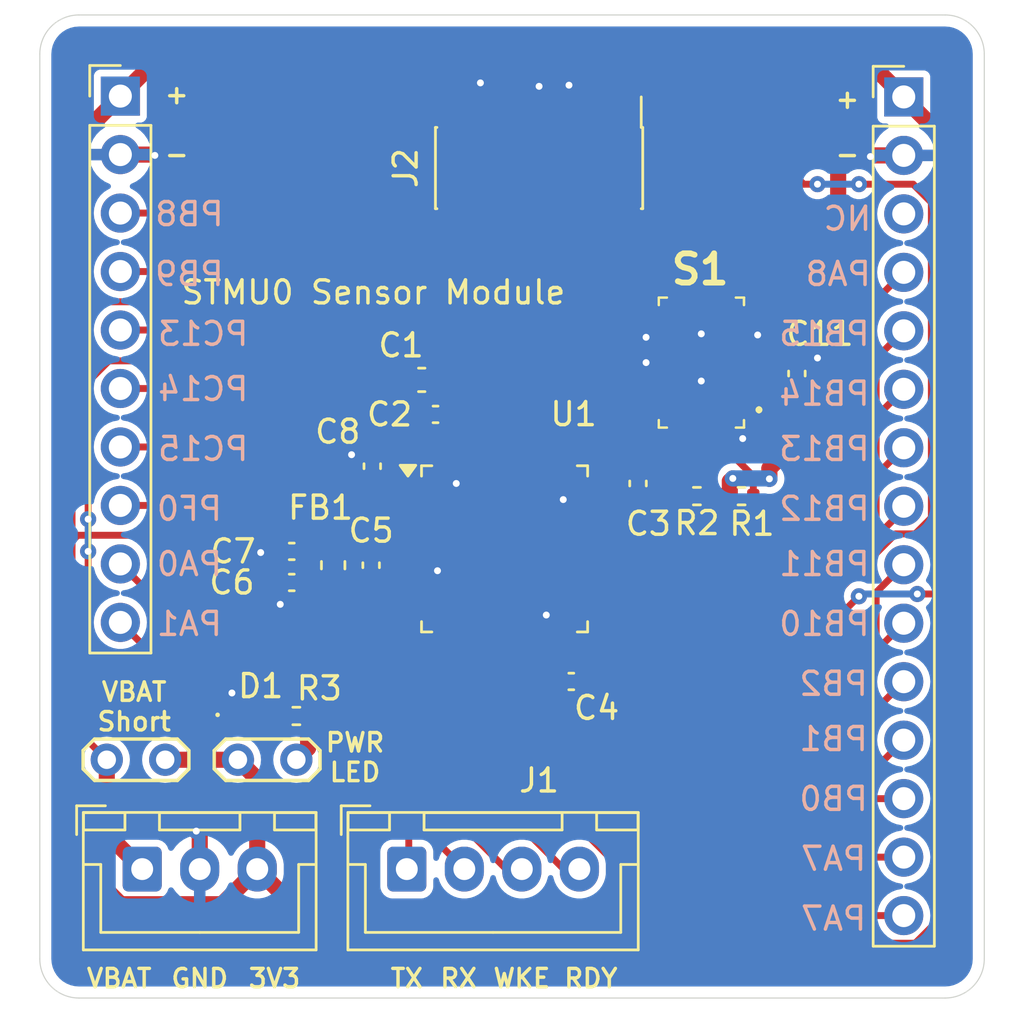
<source format=kicad_pcb>
(kicad_pcb (version 20240108) (generator "pcbnew") (generator_version "8.0")
  (layers (0 "F.Cu" signal) (31 "B.Cu" power) (34 "B.Paste" user) (35 "F.Paste" user) (36 "B.SilkS" user "B.Silkscreen") (37 "F.SilkS" user "F.Silkscreen") (38 "B.Mask" user) (39 "F.Mask" user) (44 "Edge.Cuts" user))
  (net 0 "")
  (net 1 "+3V3")
  (net 2 "GND")
  (net 3 "VBAT")
  (net 4 "+3V3A")
  (net 5 "Net-(S1-CAP)")
  (net 6 "Net-(D1-A)")
  (net 7 "TX")
  (net 8 "RX")
  (net 9 "WKE")
  (net 10 "RDY")
  (net 11 "VCP_TX")
  (net 13 "JTDO{slash}SWO")
  (net 14 "JTCK_SWCLK")
  (net 16 "JTMS{slash}SWDIO")
  (net 17 "NRST")
  (net 20 "VCP_RX")
  (net 21 "Net-(JP1-A)")
  (net 22 "SCL")
  (net 23 "SDA")
  (net 24 "INT")
  (net 29 "CS")
  (net 47 "PA7")
  (net 48 "PB0")
  (net 49 "PB2")
  (net 50 "PB10")
  (net 51 "PB1")
  (net 52 "PA6")
  (net 53 "PB11")
  (net 54 "PB15")
  (net 55 "PB13")
  (net 56 "PB14")
  (net 57 "PB12")
  (net 58 "PA8")
  (net 60 "PB9")
  (net 61 "PB8")
  (net 63 "PA1")
  (net 64 "PC15")
  (net 65 "PF0")
  (net 66 "PC14")
  (net 67 "PA0")
  (net 68 "PC13")
  (footprint "Connector_PinHeader_2.54mm:PinHeader_1x15_P2.54mm_Vertical" (layer "F.Cu") (at 120.85 63.71)
    (property "Reference" "J5" (hide yes))
    (property "Value" "Conn_01x15")
  )
  (footprint "Package_QFP:LQFP-48_7x7mm_P0.5mm" (layer "F.Cu") (at 103.5 83.34)
    (property "Reference" "U1")
    (property "Value" "STM32U031C8Tx")
  )
  (footprint "LED_SMD:LED_0402_1005Metric" (layer "F.Cu") (at 92.1175 90.55)
    (property "Reference" "D1")
    (property "Value" "LED")
  )
  (footprint "Capacitor_SMD:C_0402_1005Metric" (layer "F.Cu") (at 100.5 77.5)
    (property "Reference" "C2")
    (property "Value" "100n")
  )
  (footprint "Capacitor_SMD:C_0402_1005Metric" (layer "F.Cu") (at 109.3 80.5 -90)
    (property "Reference" "C3")
    (property "Value" "100n")
  )
  (footprint "USEQGS:USEQGSEAC82180" (layer "F.Cu") (at 112.055 75.25 90)
    (property "Reference" "S1")
    (property "Value" "USEQGSEAC82180" (hide yes))
  )
  (footprint "Capacitor_SMD:C_0402_1005Metric" (layer "F.Cu") (at 97.7 84.05 90)
    (property "Reference" "C5")
    (property "Value" "10n")
  )
  (footprint "Inductor_SMD:L_0603_1608Metric" (layer "F.Cu") (at 96.05 84.05 90)
    (property "Reference" "FB1")
    (property "Value" "120R")
  )
  (footprint "Resistor_SMD:R_0402_1005Metric" (layer "F.Cu") (at 94.45 90.6)
    (property "Reference" "R3")
    (property "Value" "1k5")
  )
  (footprint "Capacitor_SMD:C_0402_1005Metric" (layer "F.Cu") (at 94.25 83.45 180)
    (property "Reference" "C7")
    (property "Value" "1u")
  )
  (footprint "Connector_JST:JST_XH_B3B-XH-A_1x03_P2.50mm_Vertical" (layer "F.Cu") (at 87.75 97.25)
    (property "Reference" "J3" (hide yes))
    (property "Value" "Conn_01x03")
  )
  (footprint "Connector_PinHeader_2.54mm:PinHeader_1x10_P2.54mm_Vertical" (layer "F.Cu") (at 86.8 63.675)
    (property "Reference" "J4" (hide yes))
    (property "Value" "Conn_01x10")
  )
  (footprint "Capacitor_SMD:C_0402_1005Metric" (layer "F.Cu") (at 116.205 75.725 90)
    (property "Reference" "C11")
    (property "Value" "100n")
  )
  (footprint "Connector_JST:JST_XH_B4B-XH-A_1x04_P2.50mm_Vertical" (layer "F.Cu") (at 99.25 97.25)
    (property "Reference" "J1")
    (property "Value" "Conn_01x04")
  )
  (footprint "Capacitor_SMD:C_0402_1005Metric" (layer "F.Cu") (at 97.75 79.75 90)
    (property "Reference" "C8")
    (property "Value" "100n")
  )
  (footprint "Resistor_SMD:R_0402_1005Metric" (layer "F.Cu") (at 113.8 81.05)
    (property "Reference" "R1")
    (property "Value" "1k5")
  )
  (footprint "Capacitor_SMD:C_0603_1608Metric" (layer "F.Cu") (at 99.9 76)
    (property "Reference" "C1")
    (property "Value" "4.7u")
  )
  (footprint "TestPoint:TestPoint_2Pads_Pitch2.54mm_Drill0.8mm" (layer "F.Cu") (at 88.75 92.5 180)
    (property "Reference" "JP2" (hide yes))
    (property "Value" "Jumper_2_Open")
  )
  (footprint "TestPoint:TestPoint_2Pads_Pitch2.54mm_Drill0.8mm" (layer "F.Cu") (at 94.45 92.5 180)
    (property "Reference" "JP1" (hide yes))
    (property "Value" "JP")
  )
  (footprint "Resistor_SMD:R_0402_1005Metric" (layer "F.Cu") (at 111.86 81.05 180)
    (property "Reference" "R2")
    (property "Value" "1k5")
  )
  (footprint "Capacitor_SMD:C_0402_1005Metric" (layer "F.Cu") (at 94.25 84.8 180)
    (property "Reference" "C6")
    (property "Value" "1u")
  )
  (footprint "Connector_PinHeader_1.27mm:PinHeader_2x07_P1.27mm_Vertical_SMD" (layer "F.Cu") (at 105 66.8 -90)
    (property "Reference" "J2")
    (property "Value" "Conn_ST_STDC14")
  )
  (footprint "Capacitor_SMD:C_0402_1005Metric" (layer "F.Cu") (at 106.4 89.1 180)
    (property "Reference" "C4")
    (property "Value" "100n")
  )
  (gr_line (start 85 102.85) (end 122.65 102.85) (stroke (width 0.05)) (layer "Edge.Cuts"))
  (gr_arc (start 83.3 61.85) (mid 83.797918 60.647918) (end 85 60.15) (stroke (width 0.05)) (layer "Edge.Cuts"))
  (gr_arc (start 124.35 101.15) (mid 123.852082 102.352082) (end 122.65 102.85) (stroke (width 0.05)) (layer "Edge.Cuts"))
  (gr_line (start 83.3 61.85) (end 83.3 101.15) (stroke (width 0.05)) (layer "Edge.Cuts"))
  (gr_line (start 124.35 61.85) (end 124.35 101.15) (stroke (width 0.05)) (layer "Edge.Cuts"))
  (gr_arc (start 85 102.85) (mid 83.797918 102.352082) (end 83.3 101.15) (stroke (width 0.05)) (layer "Edge.Cuts"))
  (gr_line (start 85 60.15) (end 122.65 60.15) (stroke (width 0.05)) (layer "Edge.Cuts"))
  (gr_arc (start 122.65 60.15) (mid 123.852082 60.647918) (end 124.35 61.85) (stroke (width 0.05)) (layer "Edge.Cuts"))
  (gr_text "PA7" (at 117.8 96.8 0) (layer "B.SilkS") (effects (font (size 1 1)) (justify mirror)))
  (gr_text "PB2" (at 117.8 89.2 0) (layer "B.SilkS") (effects (font (size 1 1)) (justify mirror)))
  (gr_text "PA1" (at 89.8 86.6 0) (layer "B.SilkS") (effects (font (size 1 1)) (justify mirror)))
  (gr_text "NC" (at 118.4 69 0) (layer "B.SilkS") (effects (font (size 1 1)) (justify mirror)))
  (gr_text "PC15" (at 90.4 79 0) (layer "B.SilkS") (effects (font (size 1 1)) (justify mirror)))
  (gr_text "PA8" (at 118 71.4 0) (layer "B.SilkS") (effects (font (size 1 1)) (justify mirror)))
  (gr_text "PB14" (at 117.4 76.6 0) (layer "B.SilkS") (effects (font (size 1 1)) (justify mirror)))
  (gr_text "PB0" (at 117.8 94.2 0) (layer "B.SilkS") (effects (font (size 1 1)) (justify mirror)))
  (gr_text "PB9" (at 89.8 71.4 0) (layer "B.SilkS") (effects (font (size 1 1)) (justify mirror)))
  (gr_text "PC13" (at 90.4 74 0) (layer "B.SilkS") (effects (font (size 1 1)) (justify mirror)))
  (gr_text "PB8" (at 89.8 68.8 0) (layer "B.SilkS") (effects (font (size 1 1)) (justify mirror)))
  (gr_text "PB10" (at 117.4 86.6 0) (layer "B.SilkS") (effects (font (size 1 1)) (justify mirror)))
  (gr_text "PF0" (at 89.8 81.6 0) (layer "B.SilkS") (effects (font (size 1 1)) (justify mirror)))
  (gr_text "PB11" (at 117.4 84 0) (layer "B.SilkS") (effects (font (size 1 1)) (justify mirror)))
  (gr_text "PA0" (at 89.8 84 0) (layer "B.SilkS") (effects (font (size 1 1)) (justify mirror)))
  (gr_text "PB15" (at 117.4 74 0) (layer "B.SilkS") (effects (font (size 1 1)) (justify mirror)))
  (gr_text "PB1" (at 117.8 91.6 0) (layer "B.SilkS") (effects (font (size 1 1)) (justify mirror)))
  (gr_text "PB13" (at 117.4 79 0) (layer "B.SilkS") (effects (font (size 1 1)) (justify mirror)))
  (gr_text "PA7" (at 117.8 99.4 0) (layer "B.SilkS") (effects (font (size 1 1)) (justify mirror)))
  (gr_text "PC14" (at 90.4 76.4 0) (layer "B.SilkS") (effects (font (size 1 1)) (justify mirror)))
  (gr_text "PB12" (at 117.4 81.6 0) (layer "B.SilkS") (effects (font (size 1 1)) (justify mirror)))
  (gr_text "VBAT\nShort" (at 87.4 90.2 0) (layer "F.SilkS") (effects (font (size 0.8 0.8))))
  (gr_text "RDY" (at 107.25 102 0) (layer "F.SilkS") (effects (font (size 0.8 0.8))))
  (gr_text "GND" (at 90.25 102 0) (layer "F.SilkS") (effects (font (size 0.8 0.8))))
  (gr_text "TX" (at 99.25 102 0) (layer "F.SilkS") (effects (font (size 0.8 0.8))))
  (gr_text "-" (at 118.4 66.2 0) (layer "F.SilkS") (effects (font (size 0.8 0.8))))
  (gr_text "STMU0 Sensor Module" (at 97.8 72.2 0) (layer "F.SilkS") (effects (font (size 1 1))))
  (gr_text "3V3" (at 93.5 102 0) (layer "F.SilkS") (effects (font (size 0.8 0.8))))
  (gr_text "VBAT" (at 86.75 102 0) (layer "F.SilkS") (effects (font (size 0.8 0.8))))
  (gr_text "WKE" (at 104.25 102 0) (layer "F.SilkS") (effects (font (size 0.8 0.8))))
  (gr_text "+" (at 89.25 63.6 0) (layer "F.SilkS") (effects (font (size 0.8 0.8))))
  (gr_text "-" (at 89.25 66.2 0) (layer "F.SilkS") (effects (font (size 0.8 0.8))))
  (gr_text "PWR\nLED" (at 97 92.4 0) (layer "F.SilkS") (effects (font (size 0.8 0.8))))
  (gr_text "+" (at 118.4 63.8 0) (layer "F.SilkS") (effects (font (size 0.8 0.8))))
  (gr_text "RX" (at 101.5 102 0) (layer "F.SilkS") (effects (font (size 0.8 0.8))))
  (segment (start 106.25 87.5025) (end 106.25 88.25) (width 0.3) (layer "F.Cu") (net 1))
  (segment (start 123.1 66) (end 123.1 85.4) (width 0.7) (layer "F.Cu") (net 1))
  (segment (start 108.683154 80.59) (end 109.253154 80.02) (width 0.3) (layer "F.Cu") (net 1))
  (segment (start 119.34 62.2) (end 117.8 62.2) (width 0.7) (layer "F.Cu") (net 1))
  (segment (start 94.9175 83.2625) (end 94.73 83.45) (width 0.3) (layer "F.Cu") (net 1))
  (segment (start 107.5 64.81) (end 107.54 64.85) (width 0.7) (layer "F.Cu") (net 1))
  (segment (start 100.02 78.4475) (end 100.02 77.5) (width 0.3) (layer "F.Cu") (net 1))
  (segment (start 96.05 83.2625) (end 94.9175 83.2625) (width 0.3) (layer "F.Cu") (net 1))
  (segment (start 106.25 88.25) (end 106.88 88.88) (width 0.3) (layer "F.Cu") (net 1))
  (segment (start 99.125 76.605) (end 100.02 77.5) (width 0.3) (layer "F.Cu") (net 1))
  (segment (start 116.925 71.825) (end 118 70.75) (width 0.7) (layer "F.Cu") (net 1))
  (segment (start 114.79005 89.1) (end 115.2 89.1) (width 0.3) (layer "F.Cu") (net 1))
  (segment (start 120.85 63.75) (end 123.1 66) (width 0.7) (layer "F.Cu") (net 1))
  (segment (start 123.1 85.4) (end 123.1 98.999899) (width 0.7) (layer "F.Cu") (net 1))
  (segment (start 100.75 79.1775) (end 100.02 78.4475) (width 0.3) (layer "F.Cu") (net 1))
  (segment (start 106.88 88.88) (end 106.88 89.1) (width 0.3) (layer "F.Cu") (net 1))
  (segment (start 94.076846 82.75) (end 84.95 82.75) (width 0.3) (layer "F.Cu") (net 1))
  (segment (start 91.225 98.775) (end 86.811702 98.775) (width 0.7) (layer "F.Cu") (net 1))
  (segment (start 123.000002 85.300002) (end 123.1 85.4) (width 0.3) (layer "F.Cu") (net 1))
  (segment (start 92.75 97.25) (end 91.225 98.775) (width 0.7) (layer "F.Cu") (net 1))
  (segment (start 85.1825 65.2925) (end 85.1575 65.2925) (width 0.7) (layer "F.Cu") (net 1))
  (segment (start 94.73 83.45) (end 94.73 83.403154) (width 0.3) (layer "F.Cu") (net 1))
  (segment (start 110.6 71.825) (end 108.75 73.675) (width 0.7) (layer "F.Cu") (net 1))
  (segment (start 113.29 80.41) (end 113.420025 80.279975) (width 0.7) (layer "F.Cu") (net 1))
  (segment (start 120.85 63.71) (end 120.85 63.75) (width 0.7) (layer "F.Cu") (net 1))
  (segment (start 118 70.75) (end 118 62.4) (width 0.7) (layer "F.Cu") (net 1))
  (segment (start 118 76.855838) (end 118 70.75) (width 0.7) (layer "F.Cu") (net 1))
  (segment (start 119.34 62.2) (end 120.85 63.71) (width 0.7) (layer "F.Cu") (net 1))
  (segment (start 96.17 100.67) (end 92.75 97.25) (width 0.7) (layer "F.Cu") (net 1))
  (segment (start 107.54 62.56) (end 107.54 64.85) (width 0.7) (layer "F.Cu") (net 1))
  (segment (start 108.75 79.51) (end 109.26 80.02) (width 0.7) (layer "F.Cu") (net 1))
  (segment (start 95.735 72.61) (end 84.79 72.61) (width 0.3) (layer "F.Cu") (net 1))
  (segment (start 84.95 82.75) (end 84.5 83.2) (width 0.3) (layer "F.Cu") (net 1))
  (segment (start 121.429899 100.67) (end 96.17 100.67) (width 0.7) (layer "F.Cu") (net 1))
  (segment (start 91.85 92.56) (end 91.91 92.5) (width 0.7) (layer "F.Cu") (net 1))
  (segment (start 107.6625 80.59) (end 108.683154 80.59) (width 0.3) (layer "F.Cu") (net 1))
  (segment (start 92.75 93.34) (end 92.75 97.25) (width 0.7) (layer "F.Cu") (net 1))
  (segment (start 118 62.4) (end 117.8 62.2) (width 0.7) (layer "F.Cu") (net 1))
  (segment (start 108.75 73.675) (end 108.75 79.51) (width 0.7) (layer "F.Cu") (net 1))
  (segment (start 86.8 63.675) (end 88.275 62.2) (width 0.7) (layer "F.Cu") (net 1))
  (segment (start 115.01 79.845838) (end 118 76.855838) (width 0.7) (layer "F.Cu") (net 1))
  (segment (start 110.6 62.2) (end 107.9 62.2) (width 0.7) (layer "F.Cu") (net 1))
  (segment (start 112.37 81.05) (end 113.29 81.05) (width 0.7) (layer "F.Cu") (net 1))
  (segment (start 113.29 81.05) (end 113.29 80.41) (width 0.7) (layer "F.Cu") (net 1))
  (segment (start 117.605838 77.25) (end 118 76.855838) (width 0.3) (layer "F.Cu") (net 1))
  (segment (start 106.88 89.1) (end 114.082943 89.1) (width 0.3) (layer "F.Cu") (net 1))
  (segment (start 115.01 80.3) (end 115.01 79.845838) (width 0.7) (layer "F.Cu") (net 1))
  (segment (start 99.125 76) (end 95.735 72.61) (width 0.3) (layer "F.Cu") (net 1))
  (segment (start 99.125 76) (end 99.125 76.605) (width 0.3) (layer "F.Cu") (net 1))
  (segment (start 85.1575 65.2925) (end 84.5 65.95) (width 0.7) (layer "F.Cu") (net 1))
  (segment (start 84.5 72.9) (end 84.5 83.2) (width 0.7) (layer "F.Cu") (net 1))
  (segment (start 86.8 63.675) (end 85.1825 65.2925) (width 0.7) (layer "F.Cu") (net 1))
  (segment (start 94.73 83.403154) (end 94.076846 82.75) (width 0.3) (layer "F.Cu") (net 1))
  (segment (start 113.7 77.25) (end 117.605838 77.25) (width 0.3) (layer "F.Cu") (net 1))
  (segment (start 117.8 62.2) (end 110.6 62.2) (width 0.7) (layer "F.Cu") (net 1))
  (segment (start 109.253154 80.02) (end 109.3 80.02) (width 0.3) (layer "F.Cu") (net 1))
  (segment (start 110.6 71.825) (end 116.925 71.825) (width 0.7) (layer "F.Cu") (net 1))
  (segment (start 115.2 89.1) (end 118.9 85.4) (width 0.3) (layer "F.Cu") (net 1))
  (segment (start 107.9 62.2) (end 107.54 62.56) (width 0.7) (layer "F.Cu") (net 1))
  (segment (start 123.1 98.999899) (end 121.429899 100.67) (width 0.7) (layer "F.Cu") (net 1))
  (segment (start 84.79 72.61) (end 84.5 72.9) (width 0.3) (layer "F.Cu") (net 1))
  (segment (start 114.082943 89.1) (end 114.79005 89.1) (width 0.3) (layer "F.Cu") (net 1))
  (segment (start 121.439154 85.300002) (end 123.000002 85.300002) (width 0.3) (layer "F.Cu") (net 1))
  (segment (start 88.275 62.2) (end 107.9 62.2) (width 0.7) (layer "F.Cu") (net 1))
  (segment (start 91.91 92.5) (end 88.75 92.5) (width 0.7) (layer "F.Cu") (net 1))
  (segment (start 92.75 93.34) (end 91.91 92.5) (width 0.7) (layer "F.Cu") (net 1))
  (segment (start 86.811702 98.775) (end 84.5 96.463298) (width 0.7) (layer "F.Cu") (net 1))
  (segment (start 84.5 65.95) (end 84.5 72.9) (width 0.7) (layer "F.Cu") (net 1))
  (segment (start 84.5 96.463298) (end 84.5 83.2) (width 0.7) (layer "F.Cu") (net 1))
  (via (at 113.420025 80.279975) (size 0.7) (drill 0.3) (layers "F.Cu" "B.Cu") (net 1))
  (via (at 115.01 80.3) (size 0.7) (drill 0.3) (layers "F.Cu" "B.Cu") (net 1))
  (via (at 121.439154 85.300002) (size 0.7) (drill 0.3) (layers "F.Cu" "B.Cu") (net 1))
  (via (at 118.9 85.4) (size 0.7) (drill 0.3) (layers "F.Cu" "B.Cu") (net 1))
  (segment (start 114.989975 80.279975) (end 115.01 80.3) (width 0.7) (layer "B.Cu") (net 1))
  (segment (start 113.420025 80.279975) (end 114.989975 80.279975) (width 0.7) (layer "B.Cu") (net 1))
  (segment (start 118.999998 85.300002) (end 121.439154 85.300002) (width 0.3) (layer "B.Cu") (net 1))
  (segment (start 118.9 85.4) (end 118.999998 85.300002) (width 0.3) (layer "B.Cu") (net 1))
  (segment (start 93.77 85.73) (end 93.75 85.75) (width 0.7) (layer "F.Cu") (net 2))
  (segment (start 113.85 78.55) (end 113.73 78.55) (width 0.3) (layer "F.Cu") (net 2))
  (segment (start 99.3375 84.09) (end 100.38464 84.09) (width 0.3) (layer "F.Cu") (net 2))
  (segment (start 90.25 97.25) (end 90.25 95.75) (width 0.7) (layer "F.Cu") (net 2))
  (segment (start 93.77 84.8) (end 93.77 85.73) (width 0.7) (layer "F.Cu") (net 2))
  (segment (start 97.746846 83.57) (end 98.266846 84.09) (width 0.3) (layer "F.Cu") (net 2))
  (segment (start 105.75 88.93) (end 105.92 89.1) (width 0.3) (layer "F.Cu") (net 2))
  (segment (start 106.27 63.23) (end 106.3 63.2) (width 0.7) (layer "F.Cu") (net 2))
  (segment (start 112.055 74.005) (end 112.05 74) (width 0.7) (layer "F.Cu") (net 2))
  (segment (start 96.87 79.27) (end 96.85 79.25) (width 0.7) (layer "F.Cu") (net 2))
  (segment (start 106.16 81.09) (end 106.05 81.2) (width 0.3) (layer "F.Cu") (net 2))
  (segment (start 105 64.85) (end 105 63.25) (width 0.7) (layer "F.Cu") (net 2))
  (segment (start 113.7 74.25) (end 114.3 74.25) (width 0.3) (layer "F.Cu") (net 2))
  (segment (start 114.3 74.25) (end 114.5 74.05) (width 0.3) (layer "F.Cu") (net 2))
  (segment (start 120.85 66.25) (end 119.45 66.25) (width 0.7) (layer "F.Cu") (net 2))
  (segment (start 112.055 76.05) (end 112.05 76.05) (width 0.7) (layer "F.Cu") (net 2))
  (segment (start 100.98 76.305) (end 100.98 77.5) (width 0.7) (layer "F.Cu") (net 2))
  (segment (start 88.265 66.215) (end 88.3 66.25) (width 0.7) (layer "F.Cu") (net 2))
  (segment (start 109.75 74.25) (end 109.65 74.15) (width 0.3) (layer "F.Cu") (net 2))
  (segment (start 107.6625 81.09) (end 106.16 81.09) (width 0.3) (layer "F.Cu") (net 2))
  (segment (start 98.266846 84.09) (end 99.3375 84.09) (width 0.3) (layer "F.Cu") (net 2))
  (segment (start 105.75 87.5025) (end 105.75 88.93) (width 0.3) (layer "F.Cu") (net 2))
  (segment (start 112.055 74.395) (end 112.05 74.4) (width 0.3) (layer "F.Cu") (net 2))
  (segment (start 110.41 74.25) (end 109.75 74.25) (width 0.3) (layer "F.Cu") (net 2))
  (segment (start 106.27 64.85) (end 106.27 63.23) (width 0.7) (layer "F.Cu") (net 2))
  (segment (start 105.75 86.651829) (end 105.313171 86.215) (width 0.3) (layer "F.Cu") (net 2))
  (segment (start 90.25 95.75) (end 90.1 95.6) (width 0.7) (layer "F.Cu") (net 2))
  (segment (start 92.95 83.45) (end 92.9 83.5) (width 0.7) (layer "F.Cu") (net 2))
  (segment (start 105.75 87.5025) (end 105.75 86.651829) (width 0.3) (layer "F.Cu") (net 2))
  (segment (start 113.705 75.245) (end 113.7 75.25) (width 0.3) (layer "F.Cu") (net 2))
  (segment (start 100.98 77.5) (end 101.25 77.77) (width 0.3) (layer "F.Cu") (net 2))
  (segment (start 113.73 78.55) (end 113.055 77.875) (width 0.3) (layer "F.Cu") (net 2))
  (segment (start 112.055 76.445) (end 112.05 76.45) (width 0.3) (layer "F.Cu") (net 2))
  (segment (start 101.25 77.77) (end 101.25 79.1775) (width 0.3) (layer "F.Cu") (net 2))
  (segment (start 91.6325 90.55) (end 91.6325 89.6175) (width 0.7) (layer "F.Cu") (net 2))
  (segment (start 119.45 66.25) (end 119.4 66.3) (width 0.7) (layer "F.Cu") (net 2))
  (segment (start 100.38464 84.09) (end 100.584639 84.289999) (width 0.3) (layer "F.Cu") (net 2))
  (segment (start 116.205 75.245) (end 113.705 75.245) (width 0.3) (layer "F.Cu") (net 2))
  (segment (start 109.19 81.09) (end 109.3 80.98) (width 0.3) (layer "F.Cu") (net 2))
  (segment (start 91.6325 89.6175) (end 91.65 89.6) (width 0.7) (layer "F.Cu") (net 2))
  (segment (start 97.75 79.27) (end 96.87 79.27) (width 0.7) (layer "F.Cu") (net 2))
  (segment (start 97.7 83.57) (end 97.746846 83.57) (width 0.3) (layer "F.Cu") (net 2))
  (segment (start 86.8 66.215) (end 88.265 66.215) (width 0.7) (layer "F.Cu") (net 2))
  (segment (start 100.675 76) (end 100.98 76.305) (width 0.7) (layer "F.Cu") (net 2))
  (segment (start 107.6625 81.09) (end 109.19 81.09) (width 0.3) (layer "F.Cu") (net 2))
  (segment (start 112.055 74.02) (end 112.055 74.005) (width 0.7) (layer "F.Cu") (net 2))
  (segment (start 102.46 63.11) (end 102.45 63.1) (width 0.7) (layer "F.Cu") (net 2))
  (segment (start 101.25 80.35) (end 101.4 80.5) (width 0.3) (layer "F.Cu") (net 2))
  (segment (start 101.25 79.1775) (end 101.25 80.35) (width 0.3) (layer "F.Cu") (net 2))
  (segment (start 116.905 75.245) (end 117.1 75.05) (width 0.7) (layer "F.Cu") (net 2))
  (segment (start 116.205 75.245) (end 116.905 75.245) (width 0.7) (layer "F.Cu") (net 2))
  (segment (start 93.77 83.45) (end 92.95 83.45) (width 0.7) (layer "F.Cu") (net 2))
  (segment (start 102.46 64.85) (end 102.46 63.11) (width 0.7) (layer "F.Cu") (net 2))
  (segment (start 110.41 75.25) (end 109.65 75.25) (width 0.3) (layer "F.Cu") (net 2))
  (via (at 109.65 74.15) (size 0.7) (drill 0.3) (layers "F.Cu" "B.Cu") (net 2))
  (via (at 105.313171 86.215) (size 0.7) (drill 0.3) (layers "F.Cu" "B.Cu") (net 2))
  (via (at 90.1 95.6) (size 0.7) (drill 0.3) (layers "F.Cu" "B.Cu") (net 2))
  (via (at 105 63.25) (size 0.7) (drill 0.3) (layers "F.Cu" "B.Cu") (net 2))
  (via (at 102.45 63.1) (size 0.7) (drill 0.3) (layers "F.Cu" "B.Cu") (net 2))
  (via (at 112.05 76.05) (size 0.7) (drill 0.3) (layers "F.Cu" "B.Cu") (net 2))
  (via (at 113.85 78.55) (size 0.7) (drill 0.3) (layers "F.Cu" "B.Cu") (net 2))
  (via (at 88.3 66.25) (size 0.7) (drill 0.3) (layers "F.Cu" "B.Cu") (net 2))
  (via (at 96.85 79.25) (size 0.7) (drill 0.3) (layers "F.Cu" "B.Cu") (net 2))
  (via (at 112.05 74) (size 0.7) (drill 0.3) (layers "F.Cu" "B.Cu") (net 2))
  (via (at 93.75 85.75) (size 0.7) (drill 0.3) (layers "F.Cu" "B.Cu") (net 2))
  (via (at 117.1 75.05) (size 0.7) (drill 0.3) (layers "F.Cu" "B.Cu") (net 2))
  (via (at 109.65 75.25) (size 0.7) (drill 0.3) (layers "F.Cu" "B.Cu") (net 2))
  (via (at 100.584639 84.289999) (size 0.7) (drill 0.3) (layers "F.Cu" "B.Cu") (net 2))
  (via (at 91.65 89.6) (size 0.7) (drill 0.3) (layers "F.Cu" "B.Cu") (net 2))
  (via (at 92.9 83.5) (size 0.7) (drill 0.3) (layers "F.Cu" "B.Cu") (net 2))
  (via (at 106.3 63.2) (size 0.7) (drill 0.3) (layers "F.Cu" "B.Cu") (net 2))
  (via (at 114.5 74.05) (size 0.7) (drill 0.3) (layers "F.Cu" "B.Cu") (net 2))
  (via (at 119.4 66.3) (size 0.7) (drill 0.3) (layers "F.Cu" "B.Cu") (net 2))
  (via (at 106.05 81.2) (size 0.7) (drill 0.3) (layers "F.Cu" "B.Cu") (net 2))
  (via (at 101.4 80.5) (size 0.7) (drill 0.3) (layers "F.Cu" "B.Cu") (net 2))
  (segment (start 96.84005 80.23) (end 91.78505 75.175) (width 0.3) (layer "F.Cu") (net 3))
  (segment (start 85.4 76.077943) (end 85.4 82.05) (width 0.3) (layer "F.Cu") (net 3))
  (segment (start 86.21 95.71) (end 86.21 92.5) (width 0.7) (layer "F.Cu") (net 3))
  (segment (start 85.4 91.69) (end 86.21 92.5) (width 0.3) (layer "F.Cu") (net 3))
  (segment (start 87.75 97.25) (end 86.21 95.71) (width 0.7) (layer "F.Cu") (net 3))
  (segment (start 99.3375 80.59) (end 98.11 80.59) (width 0.3) (layer "F.Cu") (net 3))
  (segment (start 85.51 81.94) (end 85.4 82.05) (width 0.3) (layer "F.Cu") (net 3))
  (segment (start 98.11 80.59) (end 97.75 80.23) (width 0.3) (layer "F.Cu") (net 3))
  (segment (start 86.302943 75.175) (end 85.4 76.077943) (width 0.3) (layer "F.Cu") (net 3))
  (segment (start 85.4 83.45) (end 85.4 91.69) (width 0.3) (layer "F.Cu") (net 3))
  (segment (start 91.78505 75.175) (end 86.302943 75.175) (width 0.3) (layer "F.Cu") (net 3))
  (segment (start 97.75 80.23) (end 96.84005 80.23) (width 0.3) (layer "F.Cu") (net 3))
  (via (at 85.4 83.45) (size 0.7) (drill 0.3) (layers "F.Cu" "B.Cu") (net 3))
  (via (at 85.4 82.05) (size 0.7) (drill 0.3) (layers "F.Cu" "B.Cu") (net 3))
  (segment (start 85.4 82.05) (end 85.4 83.45) (width 0.3) (layer "B.Cu") (net 3))
  (segment (start 97.76 84.59) (end 97.7 84.53) (width 0.3) (layer "F.Cu") (net 4))
  (segment (start 99.3375 84.59) (end 97.76 84.59) (width 0.3) (layer "F.Cu") (net 4))
  (segment (start 96.3575 84.53) (end 96.05 84.8375) (width 0.7) (layer "F.Cu") (net 4))
  (segment (start 96.0125 84.8) (end 96.05 84.8375) (width 0.7) (layer "F.Cu") (net 4))
  (segment (start 97.7 84.53) (end 96.3575 84.53) (width 0.7) (layer "F.Cu") (net 4))
  (segment (start 94.73 84.8) (end 96.0125 84.8) (width 0.7) (layer "F.Cu") (net 4))
  (segment (start 116.16 76.25) (end 116.205 76.205) (width 0.3) (layer "F.Cu") (net 5))
  (segment (start 113.7 76.25) (end 116.16 76.25) (width 0.3) (layer "F.Cu") (net 5))
  (segment (start 92.6525 90.6) (end 92.6025 90.55) (width 0.7) (layer "F.Cu") (net 6))
  (segment (start 93.94 90.6) (end 92.6525 90.6) (width 0.7) (layer "F.Cu") (net 6))
  (segment (start 99.3375 86.09) (end 99.3375 97.1625) (width 0.3) (layer "F.Cu") (net 7))
  (segment (start 99.3375 97.1625) (end 99.25 97.25) (width 0.3) (layer "F.Cu") (net 7))
  (segment (start 100.75 96.25) (end 101.75 97.25) (width 0.3) (layer "F.Cu") (net 8))
  (segment (start 100.75 87.5025) (end 100.75 96.25) (width 0.3) (layer "F.Cu") (net 8))
  (segment (start 101.25 87.5025) (end 101.25 94.927944) (width 0.3) (layer "F.Cu") (net 9))
  (segment (start 103.572056 97.25) (end 104.25 97.25) (width 0.3) (layer "F.Cu") (net 9))
  (segment (start 101.25 94.927944) (end 103.572056 97.25) (width 0.3) (layer "F.Cu") (net 9))
  (segment (start 106.072056 97.25) (end 106.75 97.25) (width 0.3) (layer "F.Cu") (net 10))
  (segment (start 101.75 92.927944) (end 106.072056 97.25) (width 0.3) (layer "F.Cu") (net 10))
  (segment (start 101.75 87.5025) (end 101.75 92.927944) (width 0.3) (layer "F.Cu") (net 10))
  (segment (start 101.19 69.58) (end 101.19 68.75) (width 0.3) (layer "F.Cu") (net 11))
  (segment (start 103.75 79.1775) (end 103.75 72.14) (width 0.3) (layer "F.Cu") (net 11))
  (segment (start 103.75 72.14) (end 101.19 69.58) (width 0.3) (layer "F.Cu") (net 11))
  (segment (start 105.25 69) (end 105 68.75) (width 0.3) (layer "F.Cu") (net 13))
  (segment (start 105.25 79.1775) (end 105.25 69) (width 0.3) (layer "F.Cu") (net 13))
  (segment (start 106.27 79.1575) (end 106.25 79.1775) (width 0.3) (layer "F.Cu") (net 14))
  (segment (start 106.27 68.75) (end 106.27 79.1575) (width 0.3) (layer "F.Cu") (net 14))
  (segment (start 105.35 81.6) (end 105.75 82) (width 0.3) (layer "F.Cu") (net 16))
  (segment (start 105.35 80.9) (end 105.35 81.6) (width 0.3) (layer "F.Cu") (net 16))
  (segment (start 106.41188 82) (end 106.82188 81.59) (width 0.3) (layer "F.Cu") (net 16))
  (segment (start 107.54 79.22812) (end 106.26812 80.5) (width 0.3) (layer "F.Cu") (net 16))
  (segment (start 106.26812 80.5) (end 105.75 80.5) (width 0.3) (layer "F.Cu") (net 16))
  (segment (start 105.75 80.5) (end 105.35 80.9) (width 0.3) (layer "F.Cu") (net 16))
  (segment (start 105.75 82) (end 106.41188 82) (width 0.3) (layer "F.Cu") (net 16))
  (segment (start 107.54 68.75) (end 107.54 79.22812) (width 0.3) (layer "F.Cu") (net 16))
  (segment (start 106.82188 81.59) (end 107.6625 81.59) (width 0.3) (layer "F.Cu") (net 16))
  (segment (start 121.347057 82.69) (end 122.05 81.987057) (width 0.3) (layer "F.Cu") (net 17))
  (segment (start 108.53812 88.45) (end 114.732943 88.45) (width 0.3) (layer "F.Cu") (net 17))
  (segment (start 102.46 68.75) (end 102.46 67.75) (width 0.3) (layer "F.Cu") (net 17))
  (segment (start 122.05 68.292943) (end 121.257057 67.5) (width 0.3) (layer "F.Cu") (net 17))
  (segment (start 120.492943 82.69) (end 121.347057 82.69) (width 0.3) (layer "F.Cu") (net 17))
  (segment (start 103.21 67.2) (end 102.46 67.95) (width 0.3) (layer "F.Cu") (net 17))
  (segment (start 99.3375 83.59) (end 103.67812 83.59) (width 0.3) (layer "F.Cu") (net 17))
  (segment (start 121.257057 67.5) (end 118.9 67.5) (width 0.3) (layer "F.Cu") (net 17))
  (segment (start 114.732943 88.45) (end 120.492943 82.69) (width 0.3) (layer "F.Cu") (net 17))
  (segment (start 117.1 67.5) (end 116.5 67.5) (width 0.3) (layer "F.Cu") (net 17))
  (segment (start 122.05 81.987057) (end 122.05 68.292943) (width 0.3) (layer "F.Cu") (net 17))
  (segment (start 103.67812 83.59) (end 108.53812 88.45) (width 0.3) (layer "F.Cu") (net 17))
  (segment (start 102.46 67.95) (end 102.46 68.75) (width 0.3) (layer "F.Cu") (net 17))
  (segment (start 116.2 67.2) (end 108.5 67.2) (width 0.3) (layer "F.Cu") (net 17))
  (segment (start 102.46 67.92) (end 102.46 68.75) (width 0.3) (layer "F.Cu") (net 17))
  (segment (start 116.5 67.5) (end 116.2 67.2) (width 0.3) (layer "F.Cu") (net 17))
  (segment (start 108.5 67.2) (end 103.21 67.2) (width 0.3) (layer "F.Cu") (net 17))
  (via (at 117.1 67.5) (size 0.7) (drill 0.3) (layers "F.Cu" "B.Cu") (net 17))
  (via (at 118.9 67.5) (size 0.7) (drill 0.3) (layers "F.Cu" "B.Cu") (net 17))
  (segment (start 118.9 67.5) (end 117.1 67.5) (width 0.3) (layer "B.Cu") (net 17))
  (segment (start 103.25 73.08) (end 100.47 70.3) (width 0.3) (layer "F.Cu") (net 20))
  (segment (start 103.25 79.1775) (end 103.25 73.08) (width 0.3) (layer "F.Cu") (net 20))
  (segment (start 100.47 70.3) (end 100.47 65.57) (width 0.3) (layer "F.Cu") (net 20))
  (segment (start 100.47 65.57) (end 101.19 64.85) (width 0.3) (layer "F.Cu") (net 20))
  (segment (start 94.96 91.99) (end 94.96 90.6) (width 0.7) (layer "F.Cu") (net 21))
  (segment (start 94.45 92.5) (end 94.96 91.99) (width 0.7) (layer "F.Cu") (net 21))
  (segment (start 112.555 78.425) (end 114.31 80.18) (width 0.3) (layer "F.Cu") (net 22))
  (segment (start 114.31 81.05) (end 111.77 83.59) (width 0.3) (layer "F.Cu") (net 22))
  (segment (start 112.555 77.875) (end 112.555 78.425) (width 0.3) (layer "F.Cu") (net 22))
  (segment (start 114.31 80.18) (end 114.31 81.05) (width 0.3) (layer "F.Cu") (net 22))
  (segment (start 111.77 83.59) (end 107.6625 83.59) (width 0.3) (layer "F.Cu") (net 22))
  (segment (start 107.6625 83.09) (end 109.611058 83.09) (width 0.3) (layer "F.Cu") (net 23))
  (segment (start 111.35 80.05) (end 112.055 79.345) (width 0.3) (layer "F.Cu") (net 23))
  (segment (start 111.35 81.351058) (end 111.35 81.05) (width 0.3) (layer "F.Cu") (net 23))
  (segment (start 111.35 81.05) (end 111.35 80.05) (width 0.3) (layer "F.Cu") (net 23))
  (segment (start 109.611058 83.09) (end 111.35 81.351058) (width 0.3) (layer "F.Cu") (net 23))
  (segment (start 112.055 79.345) (end 112.055 77.875) (width 0.3) (layer "F.Cu") (net 23))
  (segment (start 110.55 81.443952) (end 110.55 79.95) (width 0.3) (layer "F.Cu") (net 24))
  (segment (start 107.6625 82.59) (end 109.403952 82.59) (width 0.3) (layer "F.Cu") (net 24))
  (segment (start 109.403952 82.59) (end 110.55 81.443952) (width 0.3) (layer "F.Cu") (net 24))
  (segment (start 110.55 79.95) (end 111.555 78.945) (width 0.3) (layer "F.Cu") (net 24))
  (segment (start 111.555 78.945) (end 111.555 77.875) (width 0.3) (layer "F.Cu") (net 24))
  (segment (start 109.96 81.326846) (end 109.96 78.39) (width 0.3) (layer "F.Cu") (net 29))
  (segment (start 109.96 78.39) (end 110.41 77.94) (width 0.3) (layer "F.Cu") (net 29))
  (segment (start 107.6625 82.09) (end 109.196846 82.09) (width 0.3) (layer "F.Cu") (net 29))
  (segment (start 109.196846 82.09) (end 109.96 81.326846) (width 0.3) (layer "F.Cu") (net 29))
  (segment (start 110.41 77.94) (end 110.41 77.25) (width 0.3) (layer "F.Cu") (net 29))
  (segment (start 108.759162 96.73) (end 120.85 96.73) (width 0.3) (layer "F.Cu") (net 47))
  (segment (start 102.75 90.720838) (end 108.759162 96.73) (width 0.3) (layer "F.Cu") (net 47))
  (segment (start 102.75 87.5025) (end 102.75 90.720838) (width 0.3) (layer "F.Cu") (net 47))
  (segment (start 103.25 87.5025) (end 103.25 90.513732) (width 0.3) (layer "F.Cu") (net 48))
  (segment (start 103.25 90.513732) (end 106.926268 94.19) (width 0.3) (layer "F.Cu") (net 48))
  (segment (start 106.926268 94.19) (end 120.85 94.19) (width 0.3) (layer "F.Cu") (net 48))
  (segment (start 104.25 87.5025) (end 104.25 90.09952) (width 0.3) (layer "F.Cu") (net 49))
  (segment (start 107.34048 93.19) (end 116.77 93.19) (width 0.3) (layer "F.Cu") (net 49))
  (segment (start 104.25 90.09952) (end 107.34048 93.19) (width 0.3) (layer "F.Cu") (net 49))
  (segment (start 116.77 93.19) (end 120.85 89.11) (width 0.3) (layer "F.Cu") (net 49))
  (segment (start 114.73 92.69) (end 120.85 86.57) (width 0.3) (layer "F.Cu") (net 50))
  (segment (start 104.75 89.892414) (end 107.547586 92.69) (width 0.3) (layer "F.Cu") (net 50))
  (segment (start 107.547586 92.69) (end 114.73 92.69) (width 0.3) (layer "F.Cu") (net 50))
  (segment (start 104.75 87.5025) (end 104.75 89.892414) (width 0.3) (layer "F.Cu") (net 50))
  (segment (start 118.81 93.69) (end 120.85 91.65) (width 0.3) (layer "F.Cu") (net 51))
  (segment (start 103.75 87.5025) (end 103.75 90.306626) (width 0.3) (layer "F.Cu") (net 51))
  (segment (start 107.133374 93.69) (end 118.81 93.69) (width 0.3) (layer "F.Cu") (net 51))
  (segment (start 103.75 90.306626) (end 107.133374 93.69) (width 0.3) (layer "F.Cu") (net 51))
  (segment (start 102.25 87.5025) (end 102.25 90.927944) (width 0.3) (layer "F.Cu") (net 52))
  (segment (start 102.25 90.927944) (end 110.592056 99.27) (width 0.3) (layer "F.Cu") (net 52))
  (segment (start 110.592056 99.27) (end 120.85 99.27) (width 0.3) (layer "F.Cu") (net 52))
  (segment (start 105.25 89.685308) (end 107.754692 92.19) (width 0.3) (layer "F.Cu") (net 53))
  (segment (start 119.65 87.062894) (end 119.65 85.23) (width 0.3) (layer "F.Cu") (net 53))
  (segment (start 107.754692 92.19) (end 114.522894 92.19) (width 0.3) (layer "F.Cu") (net 53))
  (segment (start 119.65 85.23) (end 120.85 84.03) (width 0.3) (layer "F.Cu") (net 53))
  (segment (start 105.25 87.5025) (end 105.25 89.685308) (width 0.3) (layer "F.Cu") (net 53))
  (segment (start 114.522894 92.19) (end 119.65 87.062894) (width 0.3) (layer "F.Cu") (net 53))
  (segment (start 108.917333 84.59) (end 110.027333 85.7) (width 0.3) (layer "F.Cu") (net 54))
  (segment (start 118.65 79.735786) (end 119.15 79.235786) (width 0.3) (layer "F.Cu") (net 54))
  (segment (start 119.65 76.902894) (end 119.65 75.07) (width 0.3) (layer "F.Cu") (net 54))
  (segment (start 114.654519 85.7) (end 118.65 81.704519) (width 0.3) (layer "F.Cu") (net 54))
  (segment (start 110.027333 85.7) (end 114.654519 85.7) (width 0.3) (layer "F.Cu") (net 54))
  (segment (start 119.65 75.07) (end 120.85 73.87) (width 0.3) (layer "F.Cu") (net 54))
  (segment (start 107.6625 84.59) (end 108.917333 84.59) (width 0.3) (layer "F.Cu") (net 54))
  (segment (start 119.15 77.402894) (end 119.65 76.902894) (width 0.3) (layer "F.Cu") (net 54))
  (segment (start 119.15 79.235786) (end 119.15 77.402894) (width 0.3) (layer "F.Cu") (net 54))
  (segment (start 118.65 81.704519) (end 118.65 79.735786) (width 0.3) (layer "F.Cu") (net 54))
  (segment (start 107.6625 85.59) (end 108.50312 85.59) (width 0.3) (layer "F.Cu") (net 55))
  (segment (start 109.61312 86.7) (end 115.068731 86.7) (width 0.3) (layer "F.Cu") (net 55))
  (segment (start 119.65 82.118731) (end 119.65 80.15) (width 0.3) (layer "F.Cu") (net 55))
  (segment (start 108.50312 85.59) (end 109.61312 86.7) (width 0.3) (layer "F.Cu") (net 55))
  (segment (start 115.068731 86.7) (end 119.65 82.118731) (width 0.3) (layer "F.Cu") (net 55))
  (segment (start 119.65 80.15) (end 120.85 78.95) (width 0.3) (layer "F.Cu") (net 55))
  (segment (start 109.820226 86.2) (end 114.861625 86.2) (width 0.3) (layer "F.Cu") (net 56))
  (segment (start 108.710226 85.09) (end 109.820226 86.2) (width 0.3) (layer "F.Cu") (net 56))
  (segment (start 119.15 79.942893) (end 119.65 79.442893) (width 0.3) (layer "F.Cu") (net 56))
  (segment (start 107.6625 85.09) (end 108.710226 85.09) (width 0.3) (layer "F.Cu") (net 56))
  (segment (start 119.65 77.61) (end 120.85 76.41) (width 0.3) (layer "F.Cu") (net 56))
  (segment (start 119.15 81.911625) (end 119.15 79.942893) (width 0.3) (layer "F.Cu") (net 56))
  (segment (start 119.65 79.442893) (end 119.65 77.61) (width 0.3) (layer "F.Cu") (net 56))
  (segment (start 114.861625 86.2) (end 119.15 81.911625) (width 0.3) (layer "F.Cu") (net 56))
  (segment (start 109.406013 87.2) (end 115.275837 87.2) (width 0.3) (layer "F.Cu") (net 57))
  (segment (start 107.6625 86.09) (end 108.296014 86.09) (width 0.3) (layer "F.Cu") (net 57))
  (segment (start 109.11312 86.907107) (end 109.406013 87.2) (width 0.3) (layer "F.Cu") (net 57))
  (segment (start 108.296014 86.09) (end 109.11312 86.907107) (width 0.3) (layer "F.Cu") (net 57))
  (segment (start 120.85 81.625837) (end 120.85 81.49) (width 0.3) (layer "F.Cu") (net 57))
  (segment (start 115.275837 87.2) (end 120.85 81.625837) (width 0.3) (layer "F.Cu") (net 57))
  (segment (start 109.124439 84.09) (end 110.234439 85.2) (width 0.3) (layer "F.Cu") (net 58))
  (segment (start 110.234439 85.2) (end 114.447413 85.2) (width 0.3) (layer "F.Cu") (net 58))
  (segment (start 119.15 76.695788) (end 119.15 73.03) (width 0.3) (layer "F.Cu") (net 58))
  (segment (start 118.15 81.497413) (end 118.15 79.528679) (width 0.3) (layer "F.Cu") (net 58))
  (segment (start 118.65 77.195788) (end 119.15 76.695788) (width 0.3) (layer "F.Cu") (net 58))
  (segment (start 107.6625 84.09) (end 109.124439 84.09) (width 0.3) (layer "F.Cu") (net 58))
  (segment (start 114.447413 85.2) (end 118.15 81.497413) (width 0.3) (layer "F.Cu") (net 58))
  (segment (start 118.65 79.028679) (end 118.65 77.195788) (width 0.3) (layer "F.Cu") (net 58))
  (segment (start 119.15 73.03) (end 120.85 71.33) (width 0.3) (layer "F.Cu") (net 58))
  (segment (start 118.15 79.528679) (end 118.65 79.028679) (width 0.3) (layer "F.Cu") (net 58))
  (segment (start 101.75 75.780592) (end 97.264408 71.295) (width 0.3) (layer "F.Cu") (net 60))
  (segment (start 101.75 79.1775) (end 101.75 75.780592) (width 0.3) (layer "F.Cu") (net 60))
  (segment (start 97.264408 71.295) (end 86.8 71.295) (width 0.3) (layer "F.Cu") (net 60))
  (segment (start 102.25 75.573486) (end 95.431514 68.755) (width 0.3) (layer "F.Cu") (net 61))
  (segment (start 95.431514 68.755) (end 86.8 68.755) (width 0.3) (layer "F.Cu") (net 61))
  (segment (start 102.25 79.1775) (end 102.25 75.573486) (width 0.3) (layer "F.Cu") (net 61))
  (segment (start 96.38688 87.7) (end 87.965 87.7) (width 0.3) (layer "F.Cu") (net 63))
  (segment (start 99.3375 85.59) (end 98.49688 85.59) (width 0.3) (layer "F.Cu") (net 63))
  (segment (start 98.49688 85.59) (end 96.38688 87.7) (width 0.3) (layer "F.Cu") (net 63))
  (segment (start 87.965 87.7) (end 86.8 86.535) (width 0.3) (layer "F.Cu") (net 63))
  (segment (start 99.3375 82.09) (end 96.897106 82.09) (width 0.3) (layer "F.Cu") (net 64))
  (segment (start 96.897106 82.09) (end 93.722106 78.915) (width 0.3) (layer "F.Cu") (net 64))
  (segment (start 93.722106 78.915) (end 86.8 78.915) (width 0.3) (layer "F.Cu") (net 64))
  (segment (start 99.3375 82.59) (end 96.69 82.59) (width 0.3) (layer "F.Cu") (net 65))
  (segment (start 96.69 82.59) (end 95.555 81.455) (width 0.3) (layer "F.Cu") (net 65))
  (segment (start 95.555 81.455) (end 86.8 81.455) (width 0.3) (layer "F.Cu") (net 65))
  (segment (start 91.889212 76.375) (end 86.8 76.375) (width 0.3) (layer "F.Cu") (net 66))
  (segment (start 99.3375 81.59) (end 97.104212 81.59) (width 0.3) (layer "F.Cu") (net 66))
  (segment (start 97.104212 81.59) (end 91.889212 76.375) (width 0.3) (layer "F.Cu") (net 66))
  (segment (start 89.255 86.45) (end 86.8 83.995) (width 0.3) (layer "F.Cu") (net 67))
  (segment (start 99.3375 85.09) (end 98.289774 85.09) (width 0.3) (layer "F.Cu") (net 67))
  (segment (start 98.289774 85.09) (end 96.929774 86.45) (width 0.3) (layer "F.Cu") (net 67))
  (segment (start 96.929774 86.45) (end 89.255 86.45) (width 0.3) (layer "F.Cu") (net 67))
  (segment (start 100.425 80.84312) (end 100.425 80.225) (width 0.3) (layer "F.Cu") (net 68))
  (segment (start 100.17812 81.09) (end 100.425 80.84312) (width 0.3) (layer "F.Cu") (net 68))
  (segment (start 94.035 73.835) (end 86.8 73.835) (width 0.3) (layer "F.Cu") (net 68))
  (segment (start 100.425 80.225) (end 94.035 73.835) (width 0.3) (layer "F.Cu") (net 68))
  (segment (start 99.3375 81.09) (end 100.17812 81.09) (width 0.3) (layer "F.Cu") (net 68))
  (zone (net 2) (net_name "GND") (layer "B.Cu") (connect_pads (clearance 0.3)) (min_thickness 0.25) (fill yes (thermal_gap 0.5) (thermal_bridge_width 0.5))
    (polygon (pts (xy 82.1 59.5) (xy 124.95 59.65) (xy 125.15 104) (xy 82.25 103.85)))
  )
)
</source>
